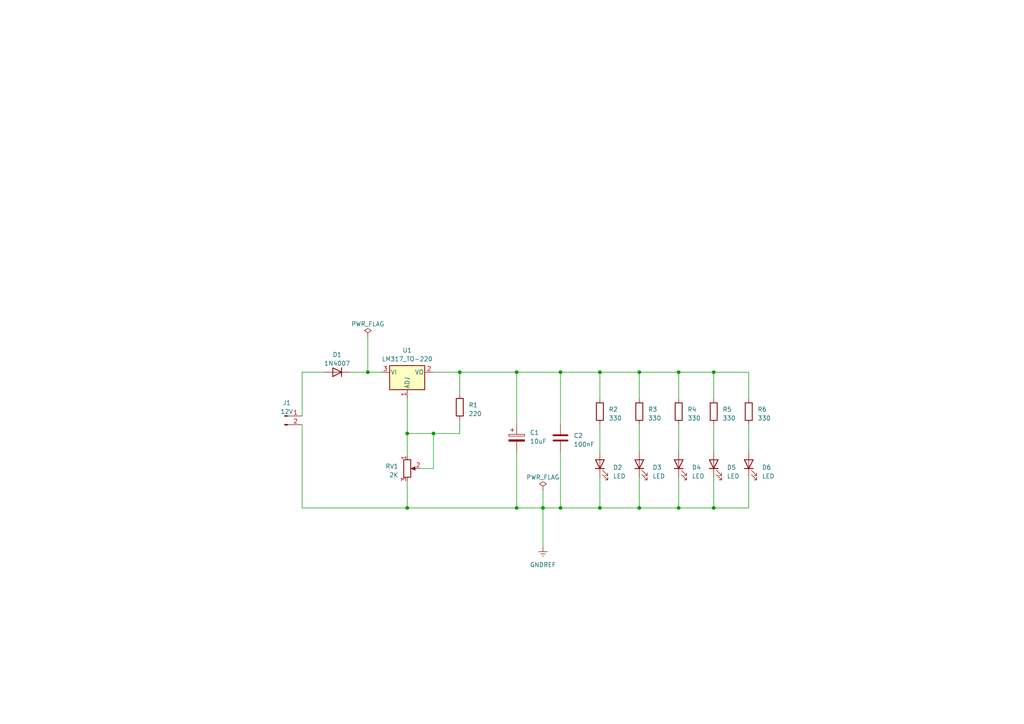
<source format=kicad_sch>
(kicad_sch (version 20230121) (generator eeschema)
  (paper "A4")
  (title_block (title "Projeto Luminária - Juno Kim") (date "2024-04-13") (rev "v.2.1.3") (company "IFSC - Projetos Eletronicos 2024.1"))
  (lib_symbols
    (symbol "Connector:Conn_01x02_Pin" (pin_names (offset 1.016) hide)
      (property "Reference" "J" (at 0 2.54 0))
      (property "Value" "Conn_01x02_Pin" (at 0 -5.08 0))
      (symbol "Conn_01x02_Pin_1_1"
        (polyline (pts (xy 1.27 -2.54) (xy 0.8636 -2.54)) (stroke (width 0.1524)))
        (polyline (pts (xy 1.27 0) (xy 0.8636 0)) (stroke (width 0.1524)))
        (rectangle (start 0.8636 -2.413) (end 0 -2.667) (stroke (width 0.1524)) (fill (type outline)))
        (rectangle (start 0.8636 0.127) (end 0 -0.127) (stroke (width 0.1524)) (fill (type outline)))
        (pin passive line (at 5.08 0 180) (length 3.81) (name "Pin_1") (number "1"))
        (pin passive line (at 5.08 -2.54 180) (length 3.81) (name "Pin_2") (number "2"))
      )
    )
    (symbol "Device:C" (pin_numbers hide) (pin_names (offset 0.254))
      (property "Reference" "C" (at 0.635 2.54 0))
      (property "Value" "C" (at 0.635 -2.54 0))
      (symbol "C_0_1"
        (polyline (pts (xy -2.032 -0.762) (xy 2.032 -0.762)) (stroke (width 0.508)))
        (polyline (pts (xy -2.032 0.762) (xy 2.032 0.762)) (stroke (width 0.508)))
      )
      (symbol "C_1_1"
        (pin passive line (at 0 3.81 270) (length 2.794) (name "~") (number "1"))
        (pin passive line (at 0 -3.81 90) (length 2.794) (name "~") (number "2"))
      )
    )
    (symbol "Device:C_Polarized" (pin_numbers hide) (pin_names (offset 0.254))
      (property "Reference" "C" (at 0.635 2.54 0))
      (property "Value" "C_Polarized" (at 0.635 -2.54 0))
      (symbol "C_Polarized_0_1"
        (rectangle (start -2.286 0.508) (end 2.286 1.016))
        (polyline (pts (xy -1.778 2.286) (xy -0.762 2.286)))
        (polyline (pts (xy -1.27 2.794) (xy -1.27 1.778)))
        (rectangle (start 2.286 -0.508) (end -2.286 -1.016) (fill (type outline)))
      )
      (symbol "C_Polarized_1_1"
        (pin passive line (at 0 3.81 270) (length 2.794) (name "~") (number "1"))
        (pin passive line (at 0 -3.81 90) (length 2.794) (name "~") (number "2"))
      )
    )
    (symbol "Device:LED" (pin_numbers hide) (pin_names (offset 1.016) hide)
      (property "Reference" "D" (at 0 2.54 0))
      (property "Value" "LED" (at 0 -2.54 0))
      (symbol "LED_0_1"
        (polyline (pts (xy -1.27 -1.27) (xy -1.27 1.27)) (stroke (width 0.254)))
        (polyline (pts (xy -1.27 0) (xy 1.27 0)))
        (polyline (pts (xy 1.27 -1.27) (xy 1.27 1.27) (xy -1.27 0) (xy 1.27 -1.27)) (stroke (width 0.254)))
        (polyline (pts (xy -3.048 -0.762) (xy -4.572 -2.286) (xy -3.81 -2.286) (xy -4.572 -2.286) (xy -4.572 -1.524)))
        (polyline (pts (xy -1.778 -0.762) (xy -3.302 -2.286) (xy -2.54 -2.286) (xy -3.302 -2.286) (xy -3.302 -1.524)))
      )
      (symbol "LED_1_1"
        (pin passive line (at -3.81 0 0) (length 2.54) (name "K") (number "1"))
        (pin passive line (at 3.81 0 180) (length 2.54) (name "A") (number "2"))
      )
    )
    (symbol "Device:R" (pin_numbers hide) (pin_names (offset 0))
      (property "Reference" "R" (at 2.032 0 90))
      (property "Value" "R" (at 0 0 90))
      (symbol "R_0_1"
        (rectangle (start -1.016 -2.54) (end 1.016 2.54) (stroke (width 0.254)))
      )
      (symbol "R_1_1"
        (pin passive line (at 0 3.81 270) (length 1.27) (name "~") (number "1"))
        (pin passive line (at 0 -3.81 90) (length 1.27) (name "~") (number "2"))
      )
    )
    (symbol "Device:R_Potentiometer" (pin_names (offset 1.016) hide)
      (property "Reference" "RV" (at -4.445 0 90))
      (property "Value" "R_Potentiometer" (at -2.54 0 90))
      (symbol "R_Potentiometer_0_1"
        (polyline (pts (xy 2.54 0) (xy 1.524 0)))
        (polyline (pts (xy 1.143 0) (xy 2.286 0.508) (xy 2.286 -0.508) (xy 1.143 0)) (fill (type outline)))
        (rectangle (start 1.016 2.54) (end -1.016 -2.54) (stroke (width 0.254)))
      )
      (symbol "R_Potentiometer_1_1"
        (pin passive line (at 0 3.81 270) (length 1.27) (name "1") (number "1"))
        (pin passive line (at 3.81 0 180) (length 1.27) (name "2") (number "2"))
        (pin passive line (at 0 -3.81 90) (length 1.27) (name "3") (number "3"))
      )
    )
    (symbol "Diode:1N4007" (pin_numbers hide) (pin_names hide)
      (property "Reference" "D" (at 0 2.54 0))
      (property "Value" "1N4007" (at 0 -2.54 0))
      (symbol "1N4007_0_1"
        (polyline (pts (xy -1.27 1.27) (xy -1.27 -1.27)) (stroke (width 0.254)))
        (polyline (pts (xy 1.27 0) (xy -1.27 0)))
        (polyline (pts (xy 1.27 1.27) (xy 1.27 -1.27) (xy -1.27 0) (xy 1.27 1.27)) (stroke (width 0.254)))
      )
      (symbol "1N4007_1_1"
        (pin passive line (at -3.81 0 0) (length 2.54) (name "K") (number "1"))
        (pin passive line (at 3.81 0 180) (length 2.54) (name "A") (number "2"))
      )
    )
    (symbol "Regulator_Linear:LM317_TO-220" (pin_names (offset 0.254))
      (property "Reference" "U" (at -3.81 3.175 0))
      (property "Value" "LM317_TO-220" (at 0 3.175 0))
      (symbol "LM317_TO-220_0_1"
        (rectangle (start -5.08 1.905) (end 5.08 -5.08) (stroke (width 0.254)) (fill (type background)))
      )
      (symbol "LM317_TO-220_1_1"
        (pin input line (at 0 -7.62 90) (length 2.54) (name "ADJ") (number "1"))
        (pin power_out line (at 7.62 0 180) (length 2.54) (name "VO") (number "2"))
        (pin power_in line (at -7.62 0 0) (length 2.54) (name "VI") (number "3"))
      )
    )
    (symbol "power:GNDREF" (power) (pin_names (offset 0))
      (property "Value" "GNDREF" (at 0 -3.81 0))
      (symbol "GNDREF_0_1"
        (polyline (pts (xy -0.635 -1.905) (xy 0.635 -1.905)))
        (polyline (pts (xy -0.127 -2.54) (xy 0.127 -2.54)))
        (polyline (pts (xy 0 -1.27) (xy 0 0)))
        (polyline (pts (xy 1.27 -1.27) (xy -1.27 -1.27)))
      )
      (symbol "GNDREF_1_1"
        (pin power_in line (at 0 0 270) (length 0) hide (name "GNDREF") (number "1"))
      )
    )
    (symbol "power:PWR_FLAG" (power) (pin_numbers hide) (pin_names (offset 0) hide)
      (property "Value" "PWR_FLAG" (at 0 3.81 0))
      (symbol "PWR_FLAG_0_0"
        (pin power_out line (at 0 0 90) (length 0) (name "pwr") (number "1"))
      )
      (symbol "PWR_FLAG_0_1"
        (polyline (pts (xy 0 0) (xy 0 1.27) (xy -1.016 1.905) (xy 0 2.54) (xy 1.016 1.905) (xy 0 1.27)))
      )
    )
  )
  (junction (at 162.56 107.95))
  (junction (at 118.11 147.32))
  (junction (at 207.01 107.95))
  (junction (at 133.35 107.95))
  (junction (at 149.86 147.32))
  (junction (at 106.68 107.95))
  (junction (at 125.73 125.73))
  (junction (at 196.85 107.95))
  (junction (at 162.56 147.32))
  (junction (at 173.99 107.95))
  (junction (at 173.99 147.32))
  (junction (at 185.42 147.32))
  (junction (at 149.86 107.95))
  (junction (at 207.01 147.32))
  (junction (at 157.48 147.32))
  (junction (at 196.85 147.32))
  (junction (at 118.11 125.73))
  (junction (at 185.42 107.95))
  (wire (pts (xy 196.85 107.95) (xy 196.85 115.57)))
  (wire (pts (xy 185.42 123.19) (xy 185.42 130.81)))
  (wire (pts (xy 162.56 130.81) (xy 162.56 147.32)))
  (wire (pts (xy 106.68 97.79) (xy 106.68 107.95)))
  (wire (pts (xy 93.98 107.95) (xy 87.63 107.95)))
  (wire (pts (xy 149.86 130.81) (xy 149.86 147.32)))
  (wire (pts (xy 173.99 107.95) (xy 185.42 107.95)))
  (wire (pts (xy 162.56 147.32) (xy 173.99 147.32)))
  (wire (pts (xy 101.6 107.95) (xy 106.68 107.95)))
  (wire (pts (xy 217.17 147.32) (xy 217.17 138.43)))
  (wire (pts (xy 217.17 123.19) (xy 217.17 130.81)))
  (wire (pts (xy 185.42 107.95) (xy 185.42 115.57)))
  (wire (pts (xy 133.35 121.92) (xy 133.35 125.73)))
  (wire (pts (xy 106.68 107.95) (xy 110.49 107.95)))
  (wire (pts (xy 118.11 139.7) (xy 118.11 147.32)))
  (wire (pts (xy 185.42 107.95) (xy 196.85 107.95)))
  (wire (pts (xy 118.11 125.73) (xy 118.11 132.08)))
  (wire (pts (xy 185.42 138.43) (xy 185.42 147.32)))
  (wire (pts (xy 157.48 147.32) (xy 162.56 147.32)))
  (wire (pts (xy 196.85 138.43) (xy 196.85 147.32)))
  (wire (pts (xy 87.63 123.19) (xy 87.63 147.32)))
  (wire (pts (xy 133.35 107.95) (xy 149.86 107.95)))
  (wire (pts (xy 173.99 123.19) (xy 173.99 130.81)))
  (wire (pts (xy 157.48 142.24) (xy 157.48 147.32)))
  (wire (pts (xy 217.17 107.95) (xy 217.17 115.57)))
  (wire (pts (xy 149.86 107.95) (xy 149.86 123.19)))
  (wire (pts (xy 207.01 107.95) (xy 207.01 115.57)))
  (wire (pts (xy 196.85 123.19) (xy 196.85 130.81)))
  (wire (pts (xy 207.01 138.43) (xy 207.01 147.32)))
  (wire (pts (xy 125.73 107.95) (xy 133.35 107.95)))
  (wire (pts (xy 207.01 147.32) (xy 217.17 147.32)))
  (wire (pts (xy 173.99 147.32) (xy 185.42 147.32)))
  (wire (pts (xy 207.01 107.95) (xy 217.17 107.95)))
  (wire (pts (xy 196.85 147.32) (xy 207.01 147.32)))
  (wire (pts (xy 157.48 147.32) (xy 157.48 158.75)))
  (wire (pts (xy 149.86 107.95) (xy 162.56 107.95)))
  (wire (pts (xy 87.63 147.32) (xy 118.11 147.32)))
  (wire (pts (xy 125.73 125.73) (xy 133.35 125.73)))
  (wire (pts (xy 125.73 135.89) (xy 125.73 125.73)))
  (wire (pts (xy 87.63 107.95) (xy 87.63 120.65)))
  (wire (pts (xy 196.85 107.95) (xy 207.01 107.95)))
  (wire (pts (xy 162.56 107.95) (xy 162.56 123.19)))
  (wire (pts (xy 118.11 125.73) (xy 125.73 125.73)))
  (wire (pts (xy 173.99 138.43) (xy 173.99 147.32)))
  (wire (pts (xy 162.56 107.95) (xy 173.99 107.95)))
  (wire (pts (xy 118.11 115.57) (xy 118.11 125.73)))
  (wire (pts (xy 133.35 107.95) (xy 133.35 114.3)))
  (wire (pts (xy 173.99 107.95) (xy 173.99 115.57)))
  (wire (pts (xy 121.92 135.89) (xy 125.73 135.89)))
  (wire (pts (xy 118.11 147.32) (xy 149.86 147.32)))
  (wire (pts (xy 185.42 147.32) (xy 196.85 147.32)))
  (wire (pts (xy 207.01 123.19) (xy 207.01 130.81)))
  (wire (pts (xy 149.86 147.32) (xy 157.48 147.32)))
  (symbol (lib_id "power:PWR_FLAG") (at 157.48 142.24 0) (unit 1)
    (property "Reference" "#FLG02" (effects hide))
    (property "Value" "PWR_FLAG" (at 157.48 138.43 0))
  )
  (symbol (lib_id "power:PWR_FLAG") (at 106.68 97.79 0) (unit 1)
    (property "Reference" "#FLG01" (effects hide))
    (property "Value" "PWR_FLAG" (at 106.68 93.98 0))
  )
  (symbol (lib_id "Device:R") (at 185.42 119.38 0) (unit 1)
    (property "Reference" "R3" (at 187.96 118.745 0) (effects (justify left)))
    (property "Value" "330" (at 187.96 121.285 0) (effects (justify left)))
    (property "Footprint" "Resistor_THT:R_Axial_DIN0207_L6.3mm_D2.5mm_P7.62mm_Horizontal" (effects hide))
  )
  (symbol (lib_id "Regulator_Linear:LM317_TO-220") (at 118.11 107.95 0) (unit 1)
    (property "Reference" "U1" (at 118.11 101.6 0))
    (property "Value" "LM317_TO-220" (at 118.11 104.14 0))
    (property "Footprint" "Package_TO_SOT_THT:TO-220-3_Vertical" (effects hide))
    (property "Datasheet" "http://www.ti.com/lit/ds/symlink/lm317.pdf" (effects hide))
  )
  (symbol (lib_id "Device:R") (at 196.85 119.38 0) (unit 1)
    (property "Reference" "R4" (at 199.39 118.745 0) (effects (justify left)))
    (property "Value" "330" (at 199.39 121.285 0) (effects (justify left)))
    (property "Footprint" "Resistor_THT:R_Axial_DIN0207_L6.3mm_D2.5mm_P7.62mm_Horizontal" (effects hide))
  )
  (symbol (lib_id "power:GNDREF") (at 157.48 158.75 0) (unit 1)
    (property "Reference" "#PWR01" (effects hide))
    (property "Value" "GNDREF" (at 157.48 163.83 0))
  )
  (symbol (lib_id "Device:LED") (at 207.01 134.62 90) (unit 1)
    (property "Reference" "D5" (at 210.82 135.5725 90) (effects (justify right)))
    (property "Value" "LED" (at 210.82 138.1125 90) (effects (justify right)))
    (property "Footprint" "LED_THT:LED_D5.0mm" (effects hide))
  )
  (symbol (lib_id "Device:R") (at 207.01 119.38 0) (unit 1)
    (property "Reference" "R5" (at 209.55 118.745 0) (effects (justify left)))
    (property "Value" "330" (at 209.55 121.285 0) (effects (justify left)))
    (property "Footprint" "Resistor_THT:R_Axial_DIN0207_L6.3mm_D2.5mm_P7.62mm_Horizontal" (effects hide))
  )
  (symbol (lib_id "Device:R") (at 173.99 119.38 0) (unit 1)
    (property "Reference" "R2" (at 176.53 118.745 0) (effects (justify left)))
    (property "Value" "330" (at 176.53 121.285 0) (effects (justify left)))
    (property "Footprint" "Resistor_THT:R_Axial_DIN0207_L6.3mm_D2.5mm_P7.62mm_Horizontal" (effects hide))
  )
  (symbol (lib_id "Device:R") (at 217.17 119.38 0) (unit 1)
    (property "Reference" "R6" (at 219.71 118.745 0) (effects (justify left)))
    (property "Value" "330" (at 219.71 121.285 0) (effects (justify left)))
    (property "Footprint" "Resistor_THT:R_Axial_DIN0207_L6.3mm_D2.5mm_P7.62mm_Horizontal" (effects hide))
  )
  (symbol (lib_id "Device:R_Potentiometer") (at 118.11 135.89 0) (unit 1)
    (property "Reference" "RV1" (at 115.57 135.255 0) (effects (justify right)))
    (property "Value" "2K" (at 115.57 137.795 0) (effects (justify right)))
    (property "Footprint" "Potentiometer_THT:Potentiometer_Piher_PC-16_Single_Horizontal" (effects hide))
  )
  (symbol (lib_id "Device:LED") (at 196.85 134.62 90) (unit 1)
    (property "Reference" "D4" (at 200.66 135.5725 90) (effects (justify right)))
    (property "Value" "LED" (at 200.66 138.1125 90) (effects (justify right)))
    (property "Footprint" "LED_THT:LED_D5.0mm" (effects hide))
  )
  (symbol (lib_id "Device:C") (at 162.56 127 0) (unit 1)
    (property "Reference" "C2" (at 166.37 126.365 0) (effects (justify left)))
    (property "Value" "100nF" (at 166.37 128.905 0) (effects (justify left)))
    (property "Footprint" "Capacitor_THT:C_Disc_D3.0mm_W2.0mm_P2.50mm" (effects hide))
  )
  (symbol (lib_id "Device:LED") (at 217.17 134.62 90) (unit 1)
    (property "Reference" "D6" (at 220.98 135.5725 90) (effects (justify right)))
    (property "Value" "LED" (at 220.98 138.1125 90) (effects (justify right)))
    (property "Footprint" "LED_THT:LED_D5.0mm" (effects hide))
  )
  (symbol (lib_id "Device:R") (at 133.35 118.11 0) (unit 1)
    (property "Reference" "R1" (at 135.89 117.475 0) (effects (justify left)))
    (property "Value" "220" (at 135.89 120.015 0) (effects (justify left)))
    (property "Footprint" "Resistor_THT:R_Axial_DIN0207_L6.3mm_D2.5mm_P7.62mm_Horizontal" (effects hide))
  )
  (symbol (lib_id "Diode:1N4007") (at 97.79 107.95 180) (unit 1)
    (property "Reference" "D1" (at 97.79 102.87 0))
    (property "Value" "1N4007" (at 97.79 105.41 0))
    (property "Footprint" "Diode_THT:D_DO-41_SOD81_P10.16mm_Horizontal" (effects hide))
    (property "Datasheet" "http://www.vishay.com/docs/88503/1n4001.pdf" (effects hide))
    (property "Sim.Device" "D" (effects hide))
    (property "Sim.Pins" "1=K 2=A" (effects hide))
  )
  (symbol (lib_id "Device:LED") (at 185.42 134.62 90) (unit 1)
    (property "Reference" "D3" (at 189.23 135.5725 90) (effects (justify right)))
    (property "Value" "LED" (at 189.23 138.1125 90) (effects (justify right)))
    (property "Footprint" "LED_THT:LED_D5.0mm" (effects hide))
  )
  (symbol (lib_id "Device:LED") (at 173.99 134.62 90) (unit 1)
    (property "Reference" "D2" (at 177.8 135.5725 90) (effects (justify right)))
    (property "Value" "LED" (at 177.8 138.1125 90) (effects (justify right)))
    (property "Footprint" "LED_THT:LED_D5.0mm" (effects hide))
  )
  (symbol (lib_id "Device:C_Polarized") (at 149.86 127 0) (unit 1)
    (property "Reference" "C1" (at 153.67 125.476 0) (effects (justify left)))
    (property "Value" "10uF" (at 153.67 128.016 0) (effects (justify left)))
    (property "Footprint" "Capacitor_THT:CP_Radial_D5.0mm_P2.50mm" (effects hide))
  )
  (symbol (lib_id "Connector:Conn_01x02_Pin") (at 82.55 120.65 0) (unit 1)
    (property "Reference" "J1" (at 83.185 116.84 0))
    (property "Value" "12V" (at 83.185 119.38 0))
    (property "Footprint" "TerminalBlock:TerminalBlock_bornier-2_P5.08mm" (effects hide))
  )
)
</source>
